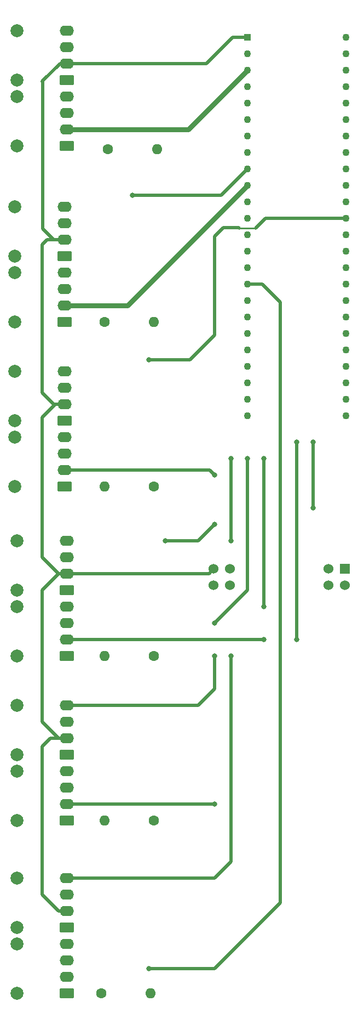
<source format=gbr>
%TF.GenerationSoftware,KiCad,Pcbnew,(6.0.8)*%
%TF.CreationDate,2023-01-05T07:28:54-08:00*%
%TF.ProjectId,Test,54657374-2e6b-4696-9361-645f70636258,Rev0.1*%
%TF.SameCoordinates,Original*%
%TF.FileFunction,Copper,L2,Bot*%
%TF.FilePolarity,Positive*%
%FSLAX46Y46*%
G04 Gerber Fmt 4.6, Leading zero omitted, Abs format (unit mm)*
G04 Created by KiCad (PCBNEW (6.0.8)) date 2023-01-05 07:28:54*
%MOMM*%
%LPD*%
G01*
G04 APERTURE LIST*
G04 Aperture macros list*
%AMRoundRect*
0 Rectangle with rounded corners*
0 $1 Rounding radius*
0 $2 $3 $4 $5 $6 $7 $8 $9 X,Y pos of 4 corners*
0 Add a 4 corners polygon primitive as box body*
4,1,4,$2,$3,$4,$5,$6,$7,$8,$9,$2,$3,0*
0 Add four circle primitives for the rounded corners*
1,1,$1+$1,$2,$3*
1,1,$1+$1,$4,$5*
1,1,$1+$1,$6,$7*
1,1,$1+$1,$8,$9*
0 Add four rect primitives between the rounded corners*
20,1,$1+$1,$2,$3,$4,$5,0*
20,1,$1+$1,$4,$5,$6,$7,0*
20,1,$1+$1,$6,$7,$8,$9,0*
20,1,$1+$1,$8,$9,$2,$3,0*%
G04 Aperture macros list end*
%TA.AperFunction,ComponentPad*%
%ADD10RoundRect,0.249600X0.850400X0.550400X-0.850400X0.550400X-0.850400X-0.550400X0.850400X-0.550400X0*%
%TD*%
%TA.AperFunction,ComponentPad*%
%ADD11O,2.200000X1.600000*%
%TD*%
%TA.AperFunction,ComponentPad*%
%ADD12C,2.000000*%
%TD*%
%TA.AperFunction,ComponentPad*%
%ADD13O,1.600000X1.600000*%
%TD*%
%TA.AperFunction,ComponentPad*%
%ADD14C,1.600000*%
%TD*%
%TA.AperFunction,ComponentPad*%
%ADD15R,1.524000X1.524000*%
%TD*%
%TA.AperFunction,ComponentPad*%
%ADD16C,1.524000*%
%TD*%
%TA.AperFunction,ComponentPad*%
%ADD17R,1.100000X1.100000*%
%TD*%
%TA.AperFunction,ComponentPad*%
%ADD18C,1.100000*%
%TD*%
%TA.AperFunction,ViaPad*%
%ADD19C,0.800000*%
%TD*%
%TA.AperFunction,Conductor*%
%ADD20C,0.762000*%
%TD*%
%TA.AperFunction,Conductor*%
%ADD21C,0.254000*%
%TD*%
%TA.AperFunction,Conductor*%
%ADD22C,0.508000*%
%TD*%
G04 APERTURE END LIST*
D10*
%TO.P,J8,1,Anode*%
%TO.N,Net-(J8-Pad1)*%
X53340000Y-144780000D03*
D11*
%TO.P,J8,2,Cathode*%
%TO.N,/TX5*%
X53340000Y-142240000D03*
%TO.P,J8,3,NC*%
%TO.N,unconnected-(J8-Pad3)*%
X53340000Y-139700000D03*
%TO.P,J8,4,NC*%
%TO.N,unconnected-(J8-Pad4)*%
X53340000Y-137160000D03*
D12*
%TO.P,J8,5*%
%TO.N,N/C*%
X45640000Y-137160000D03*
%TO.P,J8,8*%
X45640000Y-144780000D03*
%TD*%
D10*
%TO.P,J4,1,Anode*%
%TO.N,Net-(J4-Pad1)*%
X53035000Y-67830000D03*
D11*
%TO.P,J4,2,Cathode*%
%TO.N,/TX2*%
X53035000Y-65290000D03*
%TO.P,J4,3,NC*%
%TO.N,unconnected-(J4-Pad3)*%
X53035000Y-62750000D03*
%TO.P,J4,4,NC*%
%TO.N,unconnected-(J4-Pad4)*%
X53035000Y-60210000D03*
D12*
%TO.P,J4,5*%
%TO.N,N/C*%
X45335000Y-60210000D03*
%TO.P,J4,8*%
X45335000Y-67830000D03*
%TD*%
D10*
%TO.P,J5,1,Data_Out*%
%TO.N,/RX6*%
X53340000Y-161290000D03*
D11*
%TO.P,J5,2,Gnd*%
%TO.N,Net-(J1-Pad2)*%
X53340000Y-158750000D03*
%TO.P,J5,3,Vcc*%
%TO.N,Net-(U1-Pad10)*%
X53340000Y-156210000D03*
%TO.P,J5,4,Rl*%
%TO.N,/RX6*%
X53340000Y-153670000D03*
D12*
%TO.P,J5,5*%
%TO.N,N/C*%
X45640000Y-153670000D03*
%TO.P,J5,8*%
X45640000Y-161290000D03*
%TD*%
D13*
%TO.P,R1,2*%
%TO.N,Net-(U1-Pad10)*%
X67310000Y-41148000D03*
D14*
%TO.P,R1,1*%
%TO.N,Net-(J2-Pad1)*%
X59690000Y-41148000D03*
%TD*%
%TO.P,R5,1*%
%TO.N,Net-(U1-Pad10)*%
X66802000Y-144780000D03*
D13*
%TO.P,R5,2*%
%TO.N,Net-(J8-Pad1)*%
X59182000Y-144780000D03*
%TD*%
D14*
%TO.P,R2,1*%
%TO.N,Net-(J4-Pad1)*%
X59182000Y-67818000D03*
D13*
%TO.P,R2,2*%
%TO.N,Net-(U1-Pad10)*%
X66802000Y-67818000D03*
%TD*%
D14*
%TO.P,R6,1*%
%TO.N,Net-(J6-Pad1)*%
X58674000Y-171450000D03*
D13*
%TO.P,R6,2*%
%TO.N,Net-(U1-Pad10)*%
X66294000Y-171450000D03*
%TD*%
D10*
%TO.P,J1,1,Data_Out*%
%TO.N,/RX1*%
X53340000Y-30480000D03*
D11*
%TO.P,J1,2,Gnd*%
%TO.N,Net-(J1-Pad2)*%
X53340000Y-27940000D03*
%TO.P,J1,3,Vcc*%
%TO.N,Net-(U1-Pad10)*%
X53340000Y-25400000D03*
%TO.P,J1,4,Rl*%
%TO.N,/RX1*%
X53340000Y-22860000D03*
D12*
%TO.P,J1,5*%
%TO.N,N/C*%
X45640000Y-22860000D03*
%TO.P,J1,8*%
X45640000Y-30480000D03*
%TD*%
D10*
%TO.P,J2,1,Anode*%
%TO.N,Net-(J2-Pad1)*%
X53340000Y-40652000D03*
D11*
%TO.P,J2,2,Cathode*%
%TO.N,/TX1*%
X53340000Y-38112000D03*
%TO.P,J2,3,NC*%
%TO.N,unconnected-(J2-Pad3)*%
X53340000Y-35572000D03*
%TO.P,J2,4,NC*%
%TO.N,unconnected-(J2-Pad4)*%
X53340000Y-33032000D03*
D12*
%TO.P,J2,5*%
%TO.N,N/C*%
X45640000Y-33032000D03*
%TO.P,J2,8*%
X45640000Y-40652000D03*
%TD*%
D10*
%TO.P,J10,1,Anode*%
%TO.N,Net-(J10-Pad1)*%
X53340000Y-119380000D03*
D11*
%TO.P,J10,2,Cathode*%
%TO.N,/TX4*%
X53340000Y-116840000D03*
%TO.P,J10,3,NC*%
%TO.N,unconnected-(J10-Pad3)*%
X53340000Y-114300000D03*
%TO.P,J10,4,NC*%
%TO.N,unconnected-(J10-Pad4)*%
X53340000Y-111760000D03*
D12*
%TO.P,J10,5*%
%TO.N,N/C*%
X45640000Y-111760000D03*
%TO.P,J10,8*%
X45640000Y-119380000D03*
%TD*%
D15*
%TO.P,U1,1,Ground*%
%TO.N,unconnected-(U1-Pad1)*%
X96360000Y-105960000D03*
D16*
%TO.P,U1,2,Ground*%
%TO.N,unconnected-(U1-Pad2)*%
X93820000Y-105960000D03*
%TO.P,U1,8,Ground*%
%TO.N,unconnected-(U1-Pad8)*%
X78580000Y-105960000D03*
%TO.P,U1,9,Ground*%
%TO.N,Net-(J1-Pad2)*%
X76040000Y-105960000D03*
%TO.P,U1,10,3.3V*%
%TO.N,Net-(U1-Pad10)*%
X76040000Y-108500000D03*
%TO.P,U1,11,3.3V*%
%TO.N,unconnected-(U1-Pad11)*%
X78580000Y-108500000D03*
%TO.P,U1,17,3.3V*%
%TO.N,unconnected-(U1-Pad17)*%
X93820000Y-108500000D03*
%TO.P,U1,18,3.3V*%
%TO.N,unconnected-(U1-Pad18)*%
X96360000Y-108500000D03*
%TD*%
D17*
%TO.P,J13,1,1*%
%TO.N,Net-(J1-Pad2)*%
X81280000Y-23876000D03*
D18*
%TO.P,J13,2,2*%
%TO.N,/RX1*%
X81280000Y-26416000D03*
%TO.P,J13,3,3*%
%TO.N,/TX1*%
X81280000Y-28956000D03*
%TO.P,J13,4,4*%
%TO.N,unconnected-(J13-Pad4)*%
X81280000Y-31496000D03*
%TO.P,J13,5,5*%
%TO.N,unconnected-(J13-Pad5)*%
X81280000Y-34036000D03*
%TO.P,J13,6,6*%
%TO.N,unconnected-(J13-Pad6)*%
X81280000Y-36576000D03*
%TO.P,J13,7,7*%
%TO.N,unconnected-(J13-Pad7)*%
X81280000Y-39116000D03*
%TO.P,J13,8,8*%
%TO.N,unconnected-(J13-Pad8)*%
X81280000Y-41656000D03*
%TO.P,J13,9,9*%
%TO.N,/RX2*%
X81280000Y-44196000D03*
%TO.P,J13,10,10*%
%TO.N,/TX2*%
X81280000Y-46736000D03*
%TO.P,J13,11,11*%
%TO.N,unconnected-(J13-Pad11)*%
X81280000Y-49276000D03*
%TO.P,J13,12,12*%
%TO.N,unconnected-(J13-Pad12)*%
X81280000Y-51816000D03*
%TO.P,J13,13,13*%
%TO.N,unconnected-(J13-Pad13)*%
X81280000Y-54356000D03*
%TO.P,J13,14,14*%
%TO.N,unconnected-(J13-Pad14)*%
X81280000Y-56896000D03*
%TO.P,J13,15,15*%
%TO.N,unconnected-(J13-Pad15)*%
X81280000Y-59436000D03*
%TO.P,J13,16,16*%
%TO.N,/TX6*%
X81280000Y-61976000D03*
%TO.P,J13,17,17*%
%TO.N,/RX6*%
X81280000Y-64516000D03*
%TO.P,J13,18,18*%
%TO.N,unconnected-(J13-Pad18)*%
X81280000Y-67056000D03*
%TO.P,J13,19,19*%
%TO.N,unconnected-(J13-Pad19)*%
X81280000Y-69596000D03*
%TO.P,J13,20,20*%
%TO.N,unconnected-(J13-Pad20)*%
X81280000Y-72136000D03*
%TO.P,J13,21,21*%
%TO.N,unconnected-(J13-Pad21)*%
X81280000Y-74676000D03*
%TO.P,J13,22,22*%
%TO.N,unconnected-(J13-Pad22)*%
X81280000Y-77216000D03*
%TO.P,J13,23,23*%
%TO.N,unconnected-(J13-Pad23)*%
X81280000Y-79756000D03*
%TO.P,J13,24,24*%
%TO.N,unconnected-(J13-Pad24)*%
X81280000Y-82296000D03*
%TO.P,J13,25,25*%
%TO.N,unconnected-(J13-Pad25)*%
X96520000Y-82296000D03*
%TO.P,J13,26,26*%
%TO.N,unconnected-(J13-Pad26)*%
X96520000Y-79756000D03*
%TO.P,J13,27,27*%
%TO.N,unconnected-(J13-Pad27)*%
X96520000Y-77216000D03*
%TO.P,J13,28,28*%
%TO.N,unconnected-(J13-Pad28)*%
X96520000Y-74676000D03*
%TO.P,J13,29,29*%
%TO.N,unconnected-(J13-Pad29)*%
X96520000Y-72136000D03*
%TO.P,J13,30,30*%
%TO.N,unconnected-(J13-Pad30)*%
X96520000Y-69596000D03*
%TO.P,J13,31,31*%
%TO.N,unconnected-(J13-Pad31)*%
X96520000Y-67056000D03*
%TO.P,J13,32,32*%
%TO.N,unconnected-(J13-Pad32)*%
X96520000Y-64516000D03*
%TO.P,J13,33,33*%
%TO.N,unconnected-(J13-Pad33)*%
X96520000Y-61976000D03*
%TO.P,J13,34,34*%
%TO.N,unconnected-(J13-Pad34)*%
X96520000Y-59436000D03*
%TO.P,J13,35,35*%
%TO.N,unconnected-(J13-Pad35)*%
X96520000Y-56896000D03*
%TO.P,J13,36,36*%
%TO.N,/TX3*%
X96520000Y-54356000D03*
%TO.P,J13,37,37*%
%TO.N,/RX3*%
X96520000Y-51816000D03*
%TO.P,J13,38,38*%
%TO.N,/RX4*%
X96520000Y-49276000D03*
%TO.P,J13,39,39*%
%TO.N,/TX4*%
X96520000Y-46736000D03*
%TO.P,J13,40,40*%
%TO.N,unconnected-(J13-Pad40)*%
X96520000Y-44196000D03*
%TO.P,J13,41,41*%
%TO.N,unconnected-(J13-Pad41)*%
X96520000Y-41656000D03*
%TO.P,J13,42,42*%
%TO.N,/TX5*%
X96520000Y-39116000D03*
%TO.P,J13,43,43*%
%TO.N,/RX5*%
X96520000Y-36576000D03*
%TO.P,J13,44,44*%
%TO.N,unconnected-(J13-Pad44)*%
X96520000Y-34036000D03*
%TO.P,J13,45,45*%
%TO.N,unconnected-(J13-Pad45)*%
X96520000Y-31496000D03*
%TO.P,J13,46,46*%
%TO.N,unconnected-(J13-Pad46)*%
X96520000Y-28956000D03*
%TO.P,J13,47,47*%
%TO.N,unconnected-(J13-Pad47)*%
X96520000Y-26416000D03*
%TO.P,J13,48,48*%
%TO.N,unconnected-(J13-Pad48)*%
X96520000Y-23876000D03*
%TD*%
D10*
%TO.P,J12,1,Anode*%
%TO.N,Net-(J12-Pad1)*%
X53035000Y-93230000D03*
D11*
%TO.P,J12,2,Cathode*%
%TO.N,/TX3*%
X53035000Y-90690000D03*
%TO.P,J12,3,NC*%
%TO.N,unconnected-(J12-Pad3)*%
X53035000Y-88150000D03*
%TO.P,J12,4,NC*%
%TO.N,unconnected-(J12-Pad4)*%
X53035000Y-85610000D03*
D12*
%TO.P,J12,5*%
%TO.N,N/C*%
X45335000Y-85610000D03*
%TO.P,J12,8*%
X45335000Y-93230000D03*
%TD*%
D10*
%TO.P,J7,1,Data_Out*%
%TO.N,/RX5*%
X53340000Y-134620000D03*
D11*
%TO.P,J7,2,Gnd*%
%TO.N,Net-(J1-Pad2)*%
X53340000Y-132080000D03*
%TO.P,J7,3,Vcc*%
%TO.N,Net-(U1-Pad10)*%
X53340000Y-129540000D03*
%TO.P,J7,4,Rl*%
%TO.N,/RX5*%
X53340000Y-127000000D03*
D12*
%TO.P,J7,5*%
%TO.N,N/C*%
X45640000Y-127000000D03*
%TO.P,J7,8*%
X45640000Y-134620000D03*
%TD*%
D10*
%TO.P,J11,1,Data_Out*%
%TO.N,/RX3*%
X53035000Y-83070000D03*
D11*
%TO.P,J11,2,Gnd*%
%TO.N,Net-(J1-Pad2)*%
X53035000Y-80530000D03*
%TO.P,J11,3,Vcc*%
%TO.N,Net-(U1-Pad10)*%
X53035000Y-77990000D03*
%TO.P,J11,4,Rl*%
%TO.N,/RX3*%
X53035000Y-75450000D03*
D12*
%TO.P,J11,5*%
%TO.N,N/C*%
X45335000Y-75450000D03*
%TO.P,J11,8*%
X45335000Y-83070000D03*
%TD*%
D10*
%TO.P,J6,1,Anode*%
%TO.N,Net-(J6-Pad1)*%
X53340000Y-171450000D03*
D11*
%TO.P,J6,2,Cathode*%
%TO.N,/TX6*%
X53340000Y-168910000D03*
%TO.P,J6,3,NC*%
%TO.N,unconnected-(J6-Pad3)*%
X53340000Y-166370000D03*
%TO.P,J6,4,NC*%
%TO.N,unconnected-(J6-Pad4)*%
X53340000Y-163830000D03*
D12*
%TO.P,J6,5*%
%TO.N,N/C*%
X45640000Y-163830000D03*
%TO.P,J6,8*%
X45640000Y-171450000D03*
%TD*%
D10*
%TO.P,J9,1,Data_Out*%
%TO.N,/RX4*%
X53340000Y-109220000D03*
D11*
%TO.P,J9,2,Gnd*%
%TO.N,Net-(J1-Pad2)*%
X53340000Y-106680000D03*
%TO.P,J9,3,Vcc*%
%TO.N,Net-(U1-Pad10)*%
X53340000Y-104140000D03*
%TO.P,J9,4,Rl*%
%TO.N,/RX4*%
X53340000Y-101600000D03*
D12*
%TO.P,J9,5*%
%TO.N,N/C*%
X45640000Y-101600000D03*
%TO.P,J9,8*%
X45640000Y-109220000D03*
%TD*%
D14*
%TO.P,R3,1*%
%TO.N,Net-(U1-Pad10)*%
X66802000Y-93218000D03*
D13*
%TO.P,R3,2*%
%TO.N,Net-(J12-Pad1)*%
X59182000Y-93218000D03*
%TD*%
D14*
%TO.P,R4,1*%
%TO.N,Net-(U1-Pad10)*%
X66802000Y-119380000D03*
D13*
%TO.P,R4,2*%
%TO.N,Net-(J10-Pad1)*%
X59182000Y-119380000D03*
%TD*%
D10*
%TO.P,J3,1,Data_Out*%
%TO.N,/RX2*%
X53035000Y-57670000D03*
D11*
%TO.P,J3,2,Gnd*%
%TO.N,Net-(J1-Pad2)*%
X53035000Y-55130000D03*
%TO.P,J3,3,Vcc*%
%TO.N,Net-(U1-Pad10)*%
X53035000Y-52590000D03*
%TO.P,J3,4,Rl*%
%TO.N,/RX2*%
X53035000Y-50050000D03*
D12*
%TO.P,J3,5*%
%TO.N,N/C*%
X45335000Y-50050000D03*
%TO.P,J3,8*%
X45335000Y-57670000D03*
%TD*%
D19*
%TO.N,/RX6*%
X78740000Y-88900000D03*
X78740000Y-101600000D03*
X78740000Y-119380000D03*
%TO.N,/TX5*%
X83820000Y-111760000D03*
%TO.N,/RX5*%
X76200000Y-119380000D03*
X76200000Y-114300000D03*
%TO.N,/TX4*%
X88900000Y-116840000D03*
X83820000Y-116840000D03*
%TO.N,/TX5*%
X83820000Y-88900000D03*
%TO.N,/RX5*%
X81280000Y-88900000D03*
%TO.N,/TX4*%
X88900000Y-86360000D03*
%TO.N,/RX4*%
X91440000Y-96520000D03*
X91440000Y-86360000D03*
%TO.N,/TX5*%
X76200000Y-142240000D03*
%TO.N,/RX2*%
X63500000Y-48260000D03*
%TO.N,/TX6*%
X66040000Y-167640000D03*
%TO.N,/RX4*%
X76200000Y-99060000D03*
X68580000Y-101600000D03*
%TO.N,/RX3*%
X66040000Y-73660000D03*
%TO.N,/TX3*%
X76200000Y-91440000D03*
%TD*%
D20*
%TO.N,/TX2*%
X62726000Y-65290000D02*
X81280000Y-46736000D01*
X53035000Y-65290000D02*
X62726000Y-65290000D01*
%TO.N,/TX1*%
X72124000Y-38112000D02*
X81280000Y-28956000D01*
X53340000Y-38112000D02*
X72124000Y-38112000D01*
D21*
%TO.N,/RX3*%
X80010000Y-53340000D02*
X82550000Y-53340000D01*
D22*
X84074000Y-51816000D02*
X82550000Y-53340000D01*
X96520000Y-51816000D02*
X84074000Y-51816000D01*
X77562800Y-53247200D02*
X79917200Y-53247200D01*
X76200000Y-54610000D02*
X77562800Y-53247200D01*
X72390000Y-73660000D02*
X76200000Y-69850000D01*
X76200000Y-69850000D02*
X76200000Y-54610000D01*
X79917200Y-53247200D02*
X80010000Y-53340000D01*
X66040000Y-73660000D02*
X72390000Y-73660000D01*
%TO.N,/TX6*%
X86360000Y-64770000D02*
X86360000Y-157480000D01*
X86360000Y-157480000D02*
X76200000Y-167640000D01*
X76200000Y-167640000D02*
X66040000Y-167640000D01*
X83566000Y-61976000D02*
X86360000Y-64770000D01*
X81280000Y-61976000D02*
X83566000Y-61976000D01*
%TO.N,/RX5*%
X81280000Y-109220000D02*
X76200000Y-114300000D01*
X81280000Y-88900000D02*
X81280000Y-109220000D01*
%TO.N,/RX6*%
X78740000Y-88900000D02*
X78740000Y-101600000D01*
%TO.N,/TX5*%
X83820000Y-88900000D02*
X83820000Y-111760000D01*
%TO.N,/TX4*%
X88900000Y-86360000D02*
X88900000Y-116840000D01*
%TO.N,/RX4*%
X91440000Y-86360000D02*
X91440000Y-96520000D01*
%TO.N,/RX6*%
X78740000Y-151130000D02*
X78740000Y-119380000D01*
X76200000Y-153670000D02*
X78740000Y-151130000D01*
X53340000Y-153670000D02*
X76200000Y-153670000D01*
%TO.N,/TX5*%
X53340000Y-142240000D02*
X76200000Y-142240000D01*
%TO.N,Net-(J1-Pad2)*%
X52070000Y-158750000D02*
X53340000Y-158750000D01*
X49530000Y-156210000D02*
X52070000Y-158750000D01*
X49530000Y-133350000D02*
X49530000Y-156210000D01*
X50800000Y-132080000D02*
X49530000Y-133350000D01*
X53340000Y-132080000D02*
X50800000Y-132080000D01*
%TO.N,/RX5*%
X76200000Y-124460000D02*
X76200000Y-119380000D01*
X73660000Y-127000000D02*
X76200000Y-124460000D01*
X53340000Y-127000000D02*
X73660000Y-127000000D01*
%TO.N,Net-(J1-Pad2)*%
X49530000Y-109220000D02*
X49530000Y-129540000D01*
X52070000Y-132080000D02*
X53340000Y-132080000D01*
X52070000Y-106680000D02*
X49530000Y-109220000D01*
X49530000Y-129540000D02*
X52070000Y-132080000D01*
%TO.N,/TX4*%
X53340000Y-116840000D02*
X83820000Y-116840000D01*
%TO.N,Net-(J1-Pad2)*%
X75320000Y-106680000D02*
X76040000Y-105960000D01*
X53340000Y-106680000D02*
X75320000Y-106680000D01*
%TO.N,/RX4*%
X73660000Y-101600000D02*
X76200000Y-99060000D01*
X68580000Y-101600000D02*
X73660000Y-101600000D01*
%TO.N,/TX3*%
X76200000Y-91440000D02*
X75450000Y-90690000D01*
X75450000Y-90690000D02*
X53035000Y-90690000D01*
%TO.N,Net-(J1-Pad2)*%
X52070000Y-106680000D02*
X53340000Y-106680000D01*
X49530000Y-82550000D02*
X49530000Y-104140000D01*
X51550000Y-80530000D02*
X49530000Y-82550000D01*
X49530000Y-104140000D02*
X52070000Y-106680000D01*
X53035000Y-80530000D02*
X51550000Y-80530000D01*
X51320000Y-80530000D02*
X53035000Y-80530000D01*
X49530000Y-78740000D02*
X51320000Y-80530000D01*
X49530000Y-55880000D02*
X49530000Y-78740000D01*
X50280000Y-55130000D02*
X49530000Y-55880000D01*
X53035000Y-55130000D02*
X50280000Y-55130000D01*
%TO.N,/RX2*%
X77216000Y-48260000D02*
X81280000Y-44196000D01*
X63500000Y-48260000D02*
X77216000Y-48260000D01*
%TO.N,Net-(J1-Pad2)*%
X51320000Y-55130000D02*
X53035000Y-55130000D01*
X49661000Y-30611000D02*
X49661000Y-53471000D01*
X49661000Y-53471000D02*
X51320000Y-55130000D01*
X49661000Y-30611000D02*
X49530000Y-30742000D01*
X52332000Y-27940000D02*
X49661000Y-30611000D01*
X53340000Y-27940000D02*
X52332000Y-27940000D01*
X74930000Y-27940000D02*
X53340000Y-27940000D01*
X78994000Y-23876000D02*
X74930000Y-27940000D01*
X81280000Y-23876000D02*
X78994000Y-23876000D01*
D21*
X52590000Y-80530000D02*
X53035000Y-80530000D01*
X53340000Y-106680000D02*
X53813800Y-107153800D01*
%TD*%
M02*

</source>
